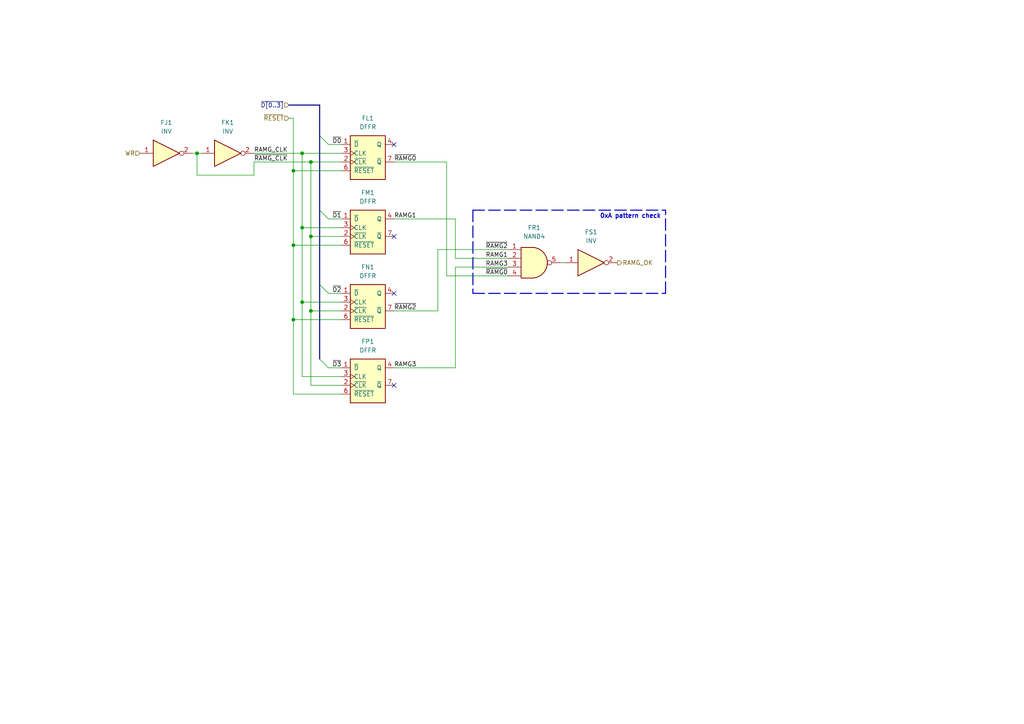
<source format=kicad_sch>
(kicad_sch (version 20211123) (generator eeschema)
  (paper "A4")
  (title_block (title "MBC1B - RAMG register (0x0000-0x1FFF)") (date "2022-03-13") (rev "A") (company "https://gekkio.fi") (comment 1 "https://github.com/Gekkio/gb-research"))
  (lib_symbols
    (symbol "MBC1B:DFFR" (pin_names (offset 1.016))
      (property "Reference" "U" (at 0 6.35 0))
      (property "Value" "DFFR" (at 0 -8.89 0))
      (symbol "DFFR_0_1"
        (rectangle (start -5.08 5.08) (end 5.08 -7.62) (stroke (width 0.254)) (fill (type background)))
      )
      (symbol "DFFR_1_1"
        (pin input line (at -7.62 2.54 0) (length 2.54) (name "~{D}") (number "1"))
        (pin passive clock (at -7.62 -2.54 0) (length 2.54) (name "~{CLK}") (number "2"))
        (pin input clock (at -7.62 0 0) (length 2.54) (name "CLK") (number "3"))
        (pin output line (at 7.62 2.54 180) (length 2.54) (name "Q") (number "4"))
        (pin input line (at -7.62 -5.08 0) (length 2.54) (name "~{RESET}") (number "6"))
        (pin output line (at 7.62 -2.54 180) (length 2.54) (name "~{Q}") (number "7"))
      )
    )
    (symbol "MBC1B:INV" (pin_names (offset 1.016) hide)
      (property "Reference" "U" (at 0 5.08 0))
      (property "Value" "INV" (at 0 -5.08 0))
      (symbol "INV_1_0"
        (polyline (pts (xy -3.81 3.81) (xy -3.81 -3.81) (xy 3.81 0) (xy -3.81 3.81)) (stroke (width 0.254)) (fill (type background)))
        (pin input line (at -7.62 0 0) (length 3.81) (name "A") (number "1"))
        (pin output inverted (at 7.62 0 180) (length 3.81) (name "Y") (number "2"))
      )
    )
    (symbol "MBC1B:NAND4" (pin_names (offset 1.016) hide)
      (property "Reference" "U" (at 0 6.35 0))
      (property "Value" "NAND4" (at 0 -6.35 0))
      (symbol "NAND4_1_1"
        (arc (start -0.635 -4.445) (mid 3.81 0) (end -0.635 4.445) (stroke (width 0.254)) (fill (type background)))
        (polyline (pts (xy -0.635 4.445) (xy -3.81 4.445) (xy -3.81 -4.445) (xy -0.635 -4.445)) (stroke (width 0.254)) (fill (type background)))
        (pin input line (at -7.62 3.81 0) (length 3.81) (name "A") (number "1"))
        (pin input line (at -7.62 1.27 0) (length 3.81) (name "B") (number "2"))
        (pin input line (at -7.62 -1.27 0) (length 3.81) (name "C") (number "3"))
        (pin input line (at -7.62 -3.81 0) (length 3.81) (name "D") (number "4"))
        (pin output inverted (at 7.62 0 180) (length 3.81) (name "Y") (number "5"))
      )
    )
  )
  (junction (at 90.17 68.58))
  (junction (at 85.09 49.53))
  (junction (at 87.63 66.04))
  (junction (at 90.17 46.99))
  (junction (at 85.09 92.71))
  (junction (at 87.63 87.63))
  (junction (at 87.63 44.45))
  (junction (at 85.09 71.12))
  (junction (at 57.15 44.45))
  (junction (at 90.17 90.17))
  (no_connect (at 114.3 111.76))
  (no_connect (at 114.3 41.91))
  (no_connect (at 114.3 85.09))
  (no_connect (at 114.3 68.58))
  (bus_entry (at 92.71 39.37) (size 2.54 2.54))
  (bus_entry (at 92.71 104.14) (size 2.54 2.54))
  (bus_entry (at 92.71 82.55) (size 2.54 2.54))
  (bus_entry (at 92.71 60.96) (size 2.54 2.54))
  (wire (pts (xy 90.17 90.17) (xy 99.06 90.17)))
  (wire (pts (xy 55.88 44.45) (xy 57.15 44.45)))
  (wire (pts (xy 99.06 114.3) (xy 85.09 114.3)))
  (wire (pts (xy 147.32 72.39) (xy 127 72.39)))
  (wire (pts (xy 85.09 71.12) (xy 85.09 92.71)))
  (wire (pts (xy 87.63 44.45) (xy 99.06 44.45)))
  (wire (pts (xy 57.15 50.8) (xy 73.66 50.8)))
  (wire (pts (xy 127 72.39) (xy 127 90.17)))
  (bus (pts (xy 92.71 30.48) (xy 92.71 39.37)))
  (wire (pts (xy 90.17 68.58) (xy 99.06 68.58)))
  (wire (pts (xy 73.66 44.45) (xy 87.63 44.45)))
  (wire (pts (xy 162.56 76.2) (xy 163.83 76.2)))
  (wire (pts (xy 87.63 87.63) (xy 87.63 109.22)))
  (wire (pts (xy 87.63 109.22) (xy 99.06 109.22)))
  (wire (pts (xy 129.54 80.01) (xy 129.54 46.99)))
  (bus (pts (xy 92.71 60.96) (xy 92.71 82.55)))
  (wire (pts (xy 132.08 74.93) (xy 132.08 63.5)))
  (wire (pts (xy 90.17 111.76) (xy 90.17 90.17)))
  (wire (pts (xy 114.3 106.68) (xy 132.08 106.68)))
  (wire (pts (xy 57.15 44.45) (xy 57.15 50.8)))
  (wire (pts (xy 73.66 46.99) (xy 90.17 46.99)))
  (wire (pts (xy 83.82 34.29) (xy 85.09 34.29)))
  (wire (pts (xy 90.17 46.99) (xy 90.17 68.58)))
  (polyline (pts (xy 137.16 60.96) (xy 193.04 60.96)) (stroke (width 0.3048)))
  (wire (pts (xy 95.25 85.09) (xy 99.06 85.09)))
  (wire (pts (xy 87.63 66.04) (xy 99.06 66.04)))
  (wire (pts (xy 114.3 46.99) (xy 129.54 46.99)))
  (wire (pts (xy 147.32 80.01) (xy 129.54 80.01)))
  (bus (pts (xy 92.71 82.55) (xy 92.71 104.14)))
  (polyline (pts (xy 137.16 60.96) (xy 137.16 85.09)) (stroke (width 0.3048)))
  (wire (pts (xy 99.06 49.53) (xy 85.09 49.53)))
  (wire (pts (xy 85.09 114.3) (xy 85.09 92.71)))
  (polyline (pts (xy 137.16 85.09) (xy 193.04 85.09)) (stroke (width 0.3048)))
  (wire (pts (xy 85.09 49.53) (xy 85.09 71.12)))
  (wire (pts (xy 99.06 111.76) (xy 90.17 111.76)))
  (bus (pts (xy 92.71 39.37) (xy 92.71 60.96)))
  (wire (pts (xy 95.25 41.91) (xy 99.06 41.91)))
  (wire (pts (xy 147.32 77.47) (xy 132.08 77.47)))
  (wire (pts (xy 95.25 106.68) (xy 99.06 106.68)))
  (wire (pts (xy 114.3 63.5) (xy 132.08 63.5)))
  (wire (pts (xy 147.32 74.93) (xy 132.08 74.93)))
  (bus (pts (xy 83.82 30.48) (xy 92.71 30.48)))
  (wire (pts (xy 73.66 50.8) (xy 73.66 46.99)))
  (wire (pts (xy 90.17 90.17) (xy 90.17 68.58)))
  (wire (pts (xy 90.17 46.99) (xy 99.06 46.99)))
  (wire (pts (xy 85.09 92.71) (xy 99.06 92.71)))
  (wire (pts (xy 85.09 71.12) (xy 99.06 71.12)))
  (wire (pts (xy 87.63 87.63) (xy 99.06 87.63)))
  (polyline (pts (xy 193.04 85.09) (xy 193.04 60.96)) (stroke (width 0.3048)))
  (wire (pts (xy 85.09 34.29) (xy 85.09 49.53)))
  (wire (pts (xy 57.15 44.45) (xy 58.42 44.45)))
  (wire (pts (xy 132.08 77.47) (xy 132.08 106.68)))
  (wire (pts (xy 87.63 44.45) (xy 87.63 66.04)))
  (wire (pts (xy 95.25 63.5) (xy 99.06 63.5)))
  (wire (pts (xy 114.3 90.17) (xy 127 90.17)))
  (wire (pts (xy 87.63 66.04) (xy 87.63 87.63)))
  (text "0xA pattern check" (at 191.77 63.5 180) (effects (font (size 1.27 1.27) bold) (justify right bottom)))
  (label "RAMG_CLK" (at 73.66 44.45 0))
  (label "RAMG3" (at 114.3 106.68 0))
  (label "~{RAMG_CLK}" (at 73.66 46.99 0))
  (label "RAMG1" (at 147.32 74.93 180))
  (label "~{RAMG0}" (at 114.3 46.99 0))
  (label "~{RAMG0}" (at 147.32 80.01 180))
  (label "~{RAMG2}" (at 114.3 90.17 0))
  (label "~{RAMG2}" (at 147.32 72.39 180))
  (label "RAMG3" (at 147.32 77.47 180))
  (label "~{D0}" (at 99.06 41.91 180))
  (label "~{D1}" (at 99.06 63.5 180))
  (label "RAMG1" (at 114.3 63.5 0))
  (label "~{D3}" (at 99.06 106.68 180))
  (label "~{D2}" (at 99.06 85.09 180))
  (hierarchical_label "~{D[0..3]}" (shape input) (at 83.82 30.48 180))
  (hierarchical_label "~{RESET}" (shape input) (at 83.82 34.29 180))
  (hierarchical_label "RAMG_OK" (shape output) (at 179.07 76.2 0))
  (hierarchical_label "WR" (shape input) (at 40.64 44.45 180))
  (symbol (lib_id "MBC1B:DFFR") (at 106.68 87.63 0) (unit 1)
    (property "Reference" "FN1" (at 106.68 77.47 0))
    (property "Value" "DFFR" (at 106.68 80.01 0))
  )
  (symbol (lib_id "MBC1B:DFFR") (at 106.68 44.45 0) (unit 1)
    (property "Reference" "FL1" (at 106.68 34.29 0))
    (property "Value" "DFFR" (at 106.68 36.83 0))
  )
  (symbol (lib_id "MBC1B:INV") (at 66.04 44.45 0) (unit 1)
    (property "Reference" "FK1" (at 66.04 35.56 0))
    (property "Value" "INV" (at 66.04 38.1 0))
  )
  (symbol (lib_id "MBC1B:DFFR") (at 106.68 109.22 0) (unit 1)
    (property "Reference" "FP1" (at 106.68 99.06 0))
    (property "Value" "DFFR" (at 106.68 101.6 0))
  )
  (symbol (lib_id "MBC1B:INV") (at 171.45 76.2 0) (unit 1)
    (property "Reference" "FS1" (at 171.45 67.31 0))
    (property "Value" "INV" (at 171.45 69.85 0))
  )
  (symbol (lib_id "MBC1B:INV") (at 48.26 44.45 0) (unit 1)
    (property "Reference" "FJ1" (at 48.26 35.56 0))
    (property "Value" "INV" (at 48.26 38.1 0))
  )
  (symbol (lib_id "MBC1B:NAND4") (at 154.94 76.2 0) (unit 1)
    (property "Reference" "FR1" (at 154.94 66.04 0))
    (property "Value" "NAND4" (at 154.94 68.58 0))
  )
  (symbol (lib_id "MBC1B:DFFR") (at 106.68 66.04 0) (unit 1)
    (property "Reference" "FM1" (at 106.68 55.88 0))
    (property "Value" "DFFR" (at 106.68 58.42 0))
  )
)
</source>
